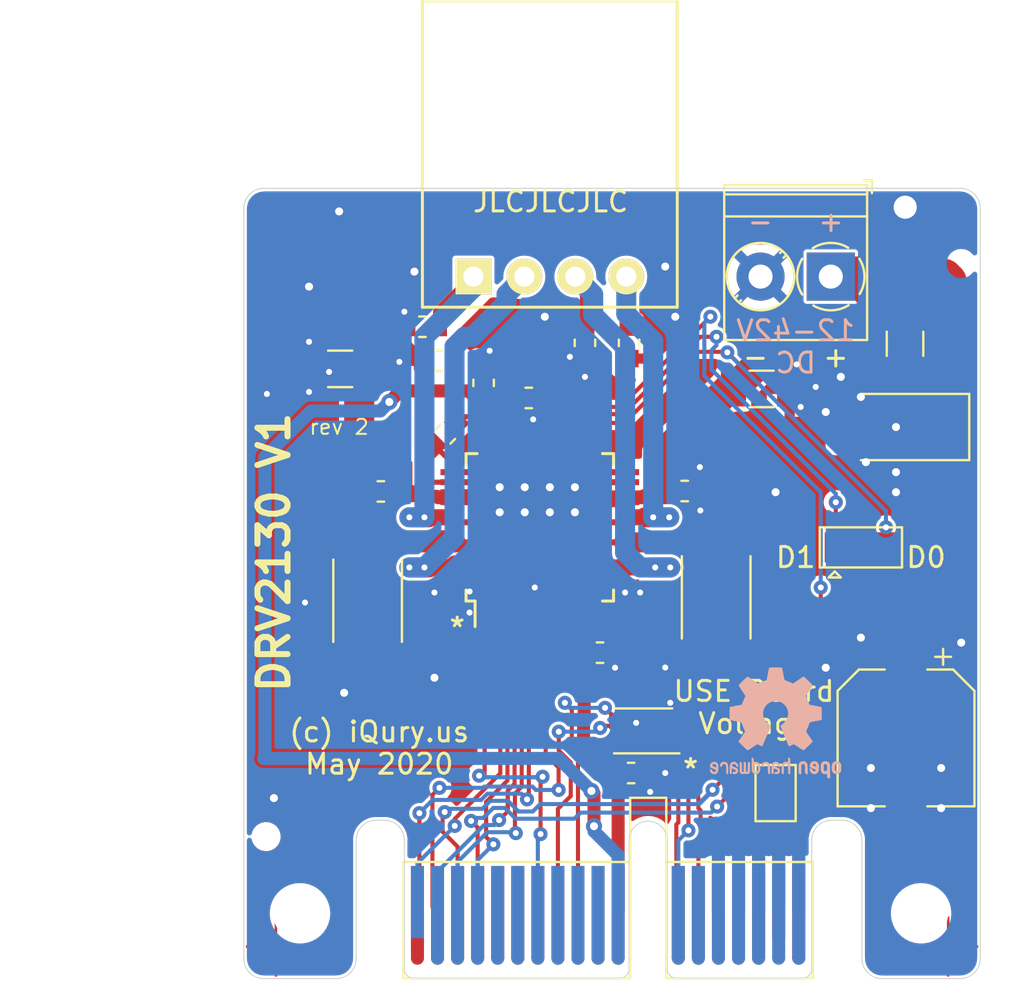
<source format=kicad_pcb>
(kicad_pcb (version 20210108) (generator pcbnew)
  (layers (0 "F.Cu" signal) (31 "B.Cu" signal) (34 "B.Paste" user) (35 "F.Paste" user) (36 "B.SilkS" user "B.Silkscreen") (37 "F.SilkS" user "F.Silkscreen") (38 "B.Mask" user) (39 "F.Mask" user) (44 "Edge.Cuts" user))
  (net 0 "")
  (net 1 "/V_MOTORS")
  (net 2 "GND")
  (net 3 "/MOTA1")
  (net 4 "/MOTA2")
  (net 5 "/MOTB1")
  (net 6 "/MOTB2")
  (net 7 "/~ENABLE")
  (net 8 "/DIR")
  (net 9 "/STEP")
  (net 10 "/ALARM1")
  (net 11 "Net-(C3-Pad1)")
  (net 12 "Net-(C3-Pad2)")
  (net 13 "/ID_1")
  (net 14 "/ID_0")
  (net 15 "/ID_2")
  (net 16 "/SDA")
  (net 17 "/SCL")
  (net 18 "/V_IO")
  (net 19 "Net-(C7-Pad2)")
  (net 20 "Net-(C10-Pad1)")
  (net 21 "Net-(C15-Pad1)")
  (net 22 "/SCK")
  (net 23 "/MISO")
  (net 24 "/MOSI")
  (net 25 "/~CS")
  (net 26 "Net-(JP1-Pad3)")
  (net 27 "Net-(JP1-Pad1)")
  (net 28 "Net-(C9-Pad2)")
  (net 29 "/V_HIGH")
  (net 30 "Net-(F1-Pad1)")
  (net 31 "/5V")
  (net 32 "/CLOCK")
  (footprint "PrntrBoardV2:C_0603_1608Metric" (layer "F.Cu") (at 126.75 97.75)
    (fp_text reference "C6" hide)
    (fp_text value "0.1uF")
  )
  (footprint "PrntrBoardV2:C_0603_1608Metric" (layer "F.Cu") (at 119.05 86.85 -135)
    (fp_text reference "C3" hide)
    (fp_text value "0.022uF 50V")
  )
  (footprint "PrntrBoardV2:C_1206_3216Metric" (layer "F.Cu") (at 113.8 83.6 180)
    (fp_text reference "C4" hide)
    (fp_text value "10uF 50V")
  )
  (footprint "PrntrBoardV2:Fiducial_1mm_Dia_2.54mm_Outer_CopperTop" (layer "F.Cu") (at 110.744 76.454)
    (fp_text reference "FID1" hide)
    (fp_text value "Fiducial")
  )
  (footprint "PrntrBoardV2:Fiducial_1mm_Dia_2.54mm_Outer_CopperTop" (layer "F.Cu") (at 144.1 112.4)
    (fp_text reference "FID2" hide)
    (fp_text value "Fiducial")
  )
  (footprint "PrntrBoardV2:Fiducial_1mm_Dia_2.54mm_Outer_CopperTop" (layer "F.Cu") (at 143.764 76.454)
    (fp_text reference "FID3" hide)
    (fp_text value "Fiducial")
  )
  (footprint "PrntrBoardV2:Fiducial_1mm_Dia_2.54mm_Outer_CopperTop" (layer "F.Cu") (at 110.6 112.4)
    (fp_text reference "FID4" hide)
    (fp_text value "Fiducial")
  )
  (footprint "MountingHole:MountingHole_2.7mm_M2.5" (layer "F.Cu") (at 111.8 110.744)
    (fp_text reference "H1" hide)
    (fp_text value "MountingHole")
  )
  (footprint "MountingHole:MountingHole_2.7mm_M2.5" (layer "F.Cu") (at 142.75 110.744)
    (fp_text reference "H2" hide)
    (fp_text value "MountingHole")
  )
  (footprint "Connector_PCBEdge:BUS_PCIexpress" (layer "F.Cu") (at 117.6528 110.1852)
    (fp_text reference "J1" hide)
    (fp_text value "PCIe_Stepper")
  )
  (footprint "PrntrBoardV2:Molex-SL-4POS" (layer "F.Cu") (at 124.25 79 180)
    (fp_text reference "J2" hide)
    (fp_text value "Conn_01x04_Male" hide)
  )
  (footprint "PrntrBoardV2:C_0603_1608Metric" (layer "F.Cu") (at 117.9 81.5)
    (fp_text reference "C13" hide)
    (fp_text value "1000pF")
  )
  (footprint "Resistor_SMD:R_2512_6332Metric" (layer "F.Cu") (at 132.54 94.99 -90)
    (fp_text reference "R1" hide)
    (fp_text value "0R12")
  )
  (footprint "Resistor_SMD:R_2512_6332Metric" (layer "F.Cu") (at 115.17 95.16 -90)
    (fp_text reference "R2" hide)
    (fp_text value "0R12")
  )
  (footprint "PrntrBoardV2:C_0603_1608Metric" (layer "F.Cu") (at 128.2 82.3 90)
    (fp_text reference "C14" hide)
    (fp_text value "1000pF")
  )
  (footprint "PrntrBoardV2:TDFN-8-1EP_3x2mm_P0.5mm_EP1.56x1.45mm" (layer "F.Cu") (at 128.9 101.65 180)
    (fp_text reference "U2" hide)
    (fp_text value "24LC02")
  )
  (footprint "PrntrBoardV2:C_0603_1608Metric" (layer "F.Cu") (at 128.3 103.75)
    (fp_text reference "C16" hide)
    (fp_text value "0.1uF")
  )
  (footprint "Capacitor_SMD:CP_Elec_6.3x7.7" (layer "F.Cu") (at 142 102 -90)
    (fp_text reference "C5" hide)
    (fp_text value "100uV 35V")
  )
  (footprint "PrntrBoardV2:C_1206_3216Metric" (layer "F.Cu") (at 134.8 84.6)
    (fp_text reference "C2" hide)
    (fp_text value "10uF 50V")
  )
  (footprint "PrntrBoardV2:C_0603_1608Metric" (layer "F.Cu") (at 123.2 85.05 180)
    (fp_text reference "C7" hide)
    (fp_text value "4.7uF")
  )
  (footprint "Capacitor_SMD:C_0603_1608Metric" (layer "F.Cu") (at 120.95 84.3 90)
    (fp_text reference "C8" hide)
    (fp_text value "0.47uF")
  )
  (footprint "PrntrBoardV2:C_0402_1005Metric" (layer "F.Cu") (at 118 89.4 90)
    (fp_text reference "C9" hide)
    (fp_text value "0.1uF 50V")
  )
  (footprint "PrntrBoardV2:C_0402_1005Metric" (layer "F.Cu") (at 135.01 91.8 90)
    (fp_text reference "C10" hide)
    (fp_text value "0.1uF 50V")
  )
  (footprint "PrntrBoardV2:C_0603_1608Metric" (layer "F.Cu") (at 118.7 83.2)
    (fp_text reference "C11" hide)
    (fp_text value "1000pF")
  )
  (footprint "PrntrBoardV2:C_0402_1005Metric" (layer "F.Cu") (at 112.72 91.685 90)
    (fp_text reference "C15" hide)
    (fp_text value "0.1uF 50V")
  )
  (footprint "TerminalBlock_Phoenix:TerminalBlock_Phoenix_PT-1,5-2-3.5-H_1x02_P3.50mm_Horizontal" (layer "F.Cu") (at 138.25 79 180)
    (fp_text reference "J3" hide)
    (fp_text value "Screw_Terminal_01x02")
  )
  (footprint "Jumper:SolderJumper-3_P1.3mm_Bridged12_Pad1.0x1.5mm" (layer "F.Cu") (at 139.75 92.5)
    (fp_text reference "JP1" hide)
    (fp_text value "DIAG_Sel")
  )
  (footprint "Jumper:SolderJumper-2_P1.3mm_Open_TrianglePad1.0x1.5mm" (layer "F.Cu") (at 135.5 104.75 -90)
    (fp_text reference "JP2" hide)
    (fp_text value "Use VM")
  )
  (footprint "PrntrBoardV2:tmc5130-nc" (layer "F.Cu") (at 123.75 91.5 90)
    (fp_text reference "U1" hide)
    (fp_text value "TMC2130")
  )
  (footprint "PrntrBoardV2:C_0603_1608Metric" (layer "F.Cu") (at 126 82.3 90)
    (fp_text reference "C12" hide)
    (fp_text value "1000pF")
  )
  (footprint "Diode_SMD:D_SMA" (layer "F.Cu") (at 141.75 86.5 180)
    (fp_text reference "D1" hide)
    (fp_text value "SBRT5A50SA")
  )
  (footprint "Fuse:Fuse_1206_3216Metric" (layer "F.Cu") (at 141.95 82.35 -90)
    (fp_text reference "F1" hide)
    (fp_text value "3A")
  )
  (footprint "PrntrBoardV2:C_0603_1608Metric" (layer "F.Cu") (at 115.83 89.71 180)
    (fp_text reference "C17" hide)
    (fp_text value "0.1uF")
  )
  (footprint "PrntrBoardV2:JLC_Tool_hole" (layer "F.Cu") (at 105.53 110.16)
    (fp_text reference "H3" hide)
    (fp_text value "JLC Tooling Hole")
  )
  (footprint "PrntrBoardV2:C_0603_1608Metric" (layer "F.Cu") (at 130.97 89.69)
    (fp_text reference "C1" hide)
    (fp_text value "0.1uF")
  )
  (footprint "PrntrBoardV2:JLC_Tool_hole" (layer "F.Cu") (at 103.38 110.16)
    (fp_text reference "H4" hide)
    (fp_text value "JLC Tooling Hole")
  )
  (footprint "Symbol:OSHW-Logo2_7.3x6mm_SilkScreen" (layer "B.Cu") (at 135.5 101.25 180)
    (fp_text reference "LOGO1" hide)
    (fp_text value "Logo_Open_Hardware_Large" hide)
  )
  (gr_arc (start 138.8 107.1) (end 139.8 107.1) (angle -90) (layer "Edge.Cuts") (width 0.05))
  (gr_line (start 114.6 107.1) (end 114.6 113) (layer "Edge.Cuts") (width 0.05))
  (gr_line (start 115.6 106.1) (end 116 106.1) (layer "Edge.Cuts") (width 0.05))
  (gr_line (start 130.1 107.1) (end 130.1 113.5) (layer "Edge.Cuts") (width 0.05))
  (gr_arc (start 144.7 113) (end 144.7 114) (angle -90) (layer "Edge.Cuts") (width 0.05))
  (gr_line (start 138.3 106.1) (end 138.8 106.1) (layer "Edge.Cuts") (width 0.05))
  (gr_arc (start 138.3 107.1) (end 138.3 106.1) (angle -90) (layer "Edge.Cuts") (width 0.05))
  (gr_line (start 113.6 114) (end 110 114) (layer "Edge.Cuts") (width 0.05))
  (gr_arc (start 130.6 113.5) (end 130.1 113.5) (angle -90) (layer "Edge.Cuts") (width 0.05))
  (gr_line (start 109 113) (end 109 75.6) (layer "Edge.Cuts") (width 0.05))
  (gr_line (start 130.6 114) (end 136.8 114) (layer "Edge.Cuts") (width 0.05))
  (gr_arc (start 116 107.1) (end 117 107.1) (angle -90) (layer "Edge.Cuts") (width 0.05))
  (gr_line (start 117 107.1) (end 117 113.5) (layer "Edge.Cuts") (width 0.05))
  (gr_line (start 128.2 113.5) (end 128.2 107.1) (layer "Edge.Cuts") (width 0.05))
  (gr_line (start 117.5 114) (end 127.7 114) (layer "Edge.Cuts") (width 0.05))
  (gr_arc (start 129.15 107.1) (end 130.099999 107.1) (angle -180) (layer "Edge.Cuts") (width 0.05))
  (gr_arc (start 110 75.6) (end 110 74.6) (angle -90) (layer "Edge.Cuts") (width 0.05))
  (gr_line (start 144.7 74.6) (end 110 74.6) (layer "Edge.Cuts") (width 0.05))
  (gr_arc (start 136.8 113.5) (end 136.8 114) (angle -90) (layer "Edge.Cuts") (width 0.05))
  (gr_arc (start 115.6 107.1) (end 114.6 107.1) (angle 90) (layer "Edge.Cuts") (width 0.05))
  (gr_arc (start 144.7 75.6) (end 145.7 75.6) (angle -90) (layer "Edge.Cuts") (width 0.05))
  (gr_arc (start 127.7 113.5) (end 127.7 113.999999) (angle -90) (layer "Edge.Cuts") (width 0.05))
  (gr_line (start 139.8 113) (end 139.8 107.1) (layer "Edge.Cuts") (width 0.05))
  (gr_arc (start 140.8 113) (end 139.8 113) (angle -90) (layer "Edge.Cuts") (width 0.05))
  (gr_line (start 140.8 114) (end 144.7 114) (layer "Edge.Cuts") (width 0.05))
  (gr_arc (start 110 113) (end 109 113) (angle -90) (layer "Edge.Cuts") (width 0.05))
  (gr_arc (start 117.5 113.5) (end 117 113.5) (angle -90) (layer "Edge.Cuts") (width 0.05))
  (gr_arc (start 113.6 113) (end 113.6 114) (angle -90) (layer "Edge.Cuts") (width 0.05))
  (gr_line (start 145.7 113) (end 145.7 75.6) (layer "Edge.Cuts") (width 0.05))
  (gr_line (start 137.3 113.5) (end 137.3 107.1) (layer "Edge.Cuts") (width 0.05))
  (gr_text "+   -" (at 136.5 76.25) (layer "B.SilkS") (effects (font (size 1 1)) (justify mirror)))
  (gr_text "12-42V\nDC" (at 136.5 82.5) (layer "B.SilkS") (effects (font (size 1 1)) (justify mirror)))
  (gr_text "DRV2130 V1" (at 110.5 92.75 90) (layer "F.SilkS") (effects (font (size 1.5 1.5) (thickness 0.3))))
  (gr_text "(c) iQury.us\nMay 2020" (at 115.75 102.5) (layer "F.SilkS") (effects (font (size 1 1))))
  (gr_text "D0" (at 143 93) (layer "F.SilkS") (effects (font (size 1 1))))
  (gr_text "-" (at 134.5 83) (layer "F.SilkS") (effects (font (size 1 1))))
  (gr_text "D1" (at 136.5 93) (layer "F.SilkS") (effects (font (size 1 1))))
  (gr_text "USE Board\nVoltage" (at 134.42 100.48) (layer "F.SilkS") (effects (font (size 1 1))))
  (gr_text "rev 2" (at 113.75 86.5) (layer "F.SilkS") (effects (font (size 0.75 0.75) (thickness 0.1))))
  (gr_text "*" (at 131.2642 103.5652) (layer "F.SilkS") (effects (font (size 1 1))))
  (gr_text "JLCJLCJLC" (at 124.29 75.27) (layer "F.SilkS") (effects (font (size 1 1))))
  (gr_text "+" (at 138.5 83) (layer "F.SilkS") (effects (font (size 1 1))))
  (gr_text "*" (at 119.634 96.52) (layer "F.SilkS") (effects (font (size 1 1))))
  (segment (start 133.6528 110.6852) (end 133.6528 107.7352) (width 0.65) (layer "F.Cu") (net 1))
  (segment (start 134.6528 110.6852) (end 134.6528 106.8472) (width 0.65) (layer "F.Cu") (net 1))
  (segment (start 132.6528 106.5972) (end 133.775 105.475) (width 0.65) (layer "F.Cu") (net 1))
  (segment (start 135.6528 110.1852) (end 135.6528 105.8472) (width 0.65) (layer "F.Cu") (net 1))
  (segment (start 133.75 107.638) (end 133.75 107) (width 0.65) (layer "F.Cu") (net 1))
  (segment (start 133.6528 107.7352) (end 133.75 107.638) (width 0.65) (layer "F.Cu") (net 1))
  (segment (start 135.6528 105.8472) (end 135.6528 105.6278) (width 0.65) (layer "F.Cu") (net 1))
  (segment (start 135.25 106.25) (end 135.6528 105.8472) (width 0.65) (layer "F.Cu") (net 1))
  (segment (start 135.6528 105.6278) (end 136.6528 106.6278) (width 0.65) (layer "F.Cu") (net 1))
  (segment (start 133.75 107) (end 134.5 106.25) (width 0.65) (layer "F.Cu") (net 1))
  (segment (start 136.6528 106.6278) (end 136.6528 110.6852) (width 0.65) (layer "F.Cu") (net 1))
  (segment (start 134.5 106.25) (end 135.25 106.25) (width 0.65) (layer "F.Cu") (net 1))
  (segment (start 134.6528 106.8472) (end 135.25 106.25) (width 0.65) (layer "F.Cu") (net 1))
  (segment (start 132.6528 110.6852) (end 132.6528 106.5972) (width 0.65) (layer "F.Cu") (net 1))
  (segment (start 133.775 105.475) (end 135.02484 105.475) (width 0.65) (layer "F.Cu") (net 1))
  (segment (start 119.55 94.25) (end 120.554 94.25) (width 0.254) (layer "F.Cu") (net 2))
  (segment (start 136.5504 83.3755) (end 137.4775 83.3755) (width 0.508) (layer "F.Cu") (net 2))
  (segment (start 126.25 88.75) (end 125.5 89.5) (width 0.254) (layer "F.Cu") (net 2))
  (segment (start 121 88.304) (end 123.75 91.054) (width 0.254) (layer "F.Cu") (net 2))
  (segment (start 123.304 91.5) (end 123.75 91.5) (width 0.254) (layer "F.Cu") (net 2))
  (segment (start 117.1125 81.5) (end 117.1125 82.4) (width 0.508) (layer "F.Cu") (net 2))
  (segment (start 119.8 94.25) (end 120.25 94.7) (width 0.254) (layer "F.Cu") (net 2))
  (segment (start 121 87.3) (end 121 88.304) (width 0.254) (layer "F.Cu") (net 2))
  (segment (start 123.5 95.7) (end 123.5 91.75) (width 0.254) (layer "F.Cu") (net 2))
  (segment (start 123 87.3) (end 123 86.5373) (width 0.25) (layer "F.Cu") (net 2))
  (segment (start 136.2 84.6) (end 136.2 83.7259) (width 0.508) (layer "F.Cu") (net 2))
  (segment (start 117.1125 82.4) (end 117.9125 83.2) (width 0.508) (layer "F.Cu") (net 2))
  (segment (start 136.2 84.95) (end 136.75 85.5) (width 0.25) (layer "F.Cu") (net 2))
  (segment (start 123.5 91.75) (end 123.75 91.5) (width 0.254) (layer "F.Cu") (net 2))
  (segment (start 137.4775 83.3755) (end 138.102 84) (width 0.508) (layer "F.Cu") (net 2))
  (segment (start 124.6 91.5) (end 123.75 91.5) (width 0.254) (layer "F.Cu") (net 2))
  (segment (start 127.95 88.75) (end 126.25 88.75) (width 0.254) (layer "F.Cu") (net 2))
  (segment (start 136.2 84.6) (end 136.2 84.95) (width 0.25) (layer "F.Cu") (net 2))
  (segment (start 120.95 83) (end 121.25 82.7) (width 0.25) (layer "F.Cu") (net 2))
  (segment (start 121.5 81.9) (end 122.25 82.65) (width 0.254) (layer "F.Cu") (net 2))
  (segment (start 138.102 84) (end 138.75 84) (width 0.508) (layer "F.Cu") (net 2))
  (segment (start 123.4186 86.1187) (end 123.4186 85.6189) (width 0.25) (layer "F.Cu") (net 2))
  (segment (start 128.25 94.25) (end 128.75 94.75) (width 0.25) (layer "F.Cu") (net 2))
  (segment (start 120.554 94.25) (end 123.304 91.5) (width 0.254) (layer "F.Cu") (net 2))
  (segment (start 123.5 87.3) (end 123.5 86.2001) (width 0.25) (layer "F.Cu") (net 2))
  (segment (start 136.2 83.7259) (end 136.5504 83.3755) (width 0.508) (layer "F.Cu") (net 2))
  (segment (start 127.35 94.25) (end 124.6 91.5) (width 0.254) (layer "F.Cu") (net 2))
  (segment (start 123 86.5373) (end 123.4186 86.1187) (width 0.25) (layer "F.Cu") (net 2))
  (segment (start 123.5 91.25) (end 123.75 91.5) (width 0.254) (layer "F.Cu") (net 2))
  (segment (start 121.5 81.875) (end 121.5 81.9) (width 0.254) (layer "F.Cu") (net 2))
  (segment (start 136.5 84.3) (end 136.2 84.6) (width 0.25) (layer "F.Cu") (net 2))
  (segment (start 119.55 94.25) (end 119 94.25) (width 0.254) (layer "F.Cu") (net 2))
  (segment (start 121 95.7) (end 121 94) (width 0.254) (layer "F.Cu") (net 2))
  (segment (start 121 94) (end 121.75 93.25) (width 0.254) (layer "F.Cu") (net 2))
  (segment (start 138.75 86.5) (end 138 85.75) (width 0.25) (layer "F.Cu") (net 2))
  (segment (start 123.75 91.054) (end 123.75 91.5) (width 0.254) (layer "F.Cu") (net 2))
  (segment (start 120.95 83.5125) (end 120.95 83) (width 0.25) (layer "F.Cu") (net 2))
  (segment (start 123.4186 85.6189) (end 123.9875 85.05) (width 0.25) (layer "F.Cu") (net 2))
  (segment (start 123.5 87.3) (end 123.5 91.25) (width 0.254) (layer "F.Cu") (net 2))
  (segment (start 123.5 86.2001) (end 123.4186 86.1187) (width 0.25) (layer "F.Cu") (net 2))
  (segment (start 127.54 101.9) (end 128.65 101.9) (width 0.254) (layer "F.Cu") (net 2))
  (segment (start 128.65 101.9) (end 128.9 101.65) (width 0.254) (layer "F.Cu") (net 2))
  (segment (start 125.1 91.5) (end 123.75 91.5) (width 0.254) (layer "F.Cu") (net 2))
  (segment (start 139.75 86.5) (end 138.75 86.5) (width 0.25) (layer "F.Cu") (net 2))
  (segment (start 119 94.25) (end 118.5 94.75) (width 0.254) (layer "F.Cu") (net 2))
  (segment (start 123 90.75) (end 123.75 91.5) (width 0.254) (layer "F.Cu") (net 2))
  (segment (start 119.55 94.25) (end 119.8 94.25) (width 0.254) (layer "F.Cu") (net 2))
  (segment (start 127.95 94.25) (end 127.35 94.25) (width 0.254) (layer "F.Cu") (net 2))
  (segment (start 127.95 94.25) (end 128.25 94.25) (width 0.25) (layer "F.Cu") (net 2))
  (via (at 124.25 89.5) (size 0.8) (drill 0.4) (layers "F.Cu" "B.Cu") (net 2))
  (via (at 123 89.5) (size 0.8) (drill 0.4) (layers "F.Cu" "B.Cu") (net 2))
  (via (at 121.75 89.5) (size 0.8) (drill 0.4) (layers "F.Cu" "B.Cu") (net 2))
  (via (at 125.5 89.5) (size 0.8) (drill 0.4) (layers "F.Cu" "B.Cu") (net 2))
  (via (at 125.5 90.75) (size 0.8) (drill 0.4) (layers "F.Cu" "B.Cu") (net 2))
  (via (at 121.75 90.75) (size 0.8) (drill 0.4) (layers "F.Cu" "B.Cu") (net 2))
  (via (at 123 90.75) (size 0.8) (drill 0.4) (layers "F.Cu" "B.Cu") (net 2))
  (via (at 124.25 90.75) (size 0.8) (drill 0.4) (layers "F.Cu" "B.Cu") (net 2))
  (via (at 124 81) (size 0.8) (drill 0.4) (layers "F.Cu" "B.Cu") (net 2))
  (via (at 141.5 89.75) (size 0.8) (drill 0.4) (layers "F.Cu" "B.Cu") (net 2))
  (via (at 116.75 83.25) (size 0.7) (drill 0.3) (layers "F.Cu" "B.Cu") (net 2))
  (via (at 139.75 97) (size 0.8) (drill 0.4) (layers "F.Cu" "B.Cu") (net 2))
  (via (at 139.75 85) (size 0.8) (drill 0.4) (layers "F.Cu" "B.Cu") (net 2))
  (via (at 138 85.75) (size 0.8) (drill 0.4) (layers "F.Cu" "B.Cu") (net 2))
  (via (at 127.5 98.5) (size 0.7) (drill 0.3) (layers "F.Cu" "B.Cu") (net 2))
  (via (at 128.55 101.25) (size 0.7) (drill 0.3) (layers "F.Cu" "B.Cu") (net 2))
  (via (at 130 78.5) (size 0.8) (drill 0.4) (layers "F.Cu" "B.Cu") (net 2))
  (via (at 118.5 94.75) (size 0.7) (drill 0.3) (layers "F.Cu" "B.Cu") (net 2))
  (via (at 123.4186 86.1187) (size 0.7) (drill 0.3) (layers "F.Cu" "B.Cu") (net 2))
  (via (at 128.75 94.75) (size 0.7) (drill 0.3) (layers "F.Cu" "B.Cu") (net 2))
  (via (at 117 80.75) (size 0.7) (drill 0.3) (layers "F.Cu" "B.Cu") (net 2))
  (via (at 136.5504 83.3755) (size 0.7) (drill 0.3) (layers "F.Cu" "B.Cu") (net 2))
  (via (at 110.15 84.85) (size 0.7) (drill 0.3) (layers "F.Cu" "B.Cu") (net 2))
  (via (at 135.5 89.75) (size 0.8) (drill 0.4) (layers "F.Cu" "B.Cu") (net 2))
  (via (at 128 94.75) (size 0.7) (drill 0.3) (layers "F.Cu" "B.Cu") (net 2))
  (via (at 118.5 99) (size 0.8) (drill 0.4) (layers "F.Cu" "B.Cu") (net 2))
  (via (at 112.25 84.75) (size 0.7) (drill 0.3) (layers "F.Cu" "B.Cu") (net 2))
  (via (at 138 98.5) (size 0.8) (drill 0.4) (layers "F.Cu" "B.Cu") (net 2))
  (via (at 143.75 103.5) (size 0.8) (drill 0.4) (layers "F.Cu" "B.Cu") (net 2))
  (via (at 144.75 97.25) (size 0.8) (drill 0.4) (layers "F.Cu" "B.Cu") (net 2))
  (via (at 112.25 82.25) (size 0.7) (drill 0.3) (layers "F.Cu" "B.Cu") (net 2))
  (via (at 117.5 78.75) (size 0.8) (drill 0.4) (layers "F.Cu" "B.Cu") (net 2))
  (via (at 120.25 94.7) (size 0.7) (drill 0.3) (layers "F.Cu" "B.Cu") (net 2))
  (via (at 131.727009 88.5) (size 0.7) (drill 0.3) (layers "F.Cu" "B.Cu") (net 2))
  (via (at 136.75 85.5) (size 0.7) (drill 0.3) (layers "F.Cu" "B.Cu") (net 2))
  (via (at 140.25 105.5) (size 0.8) (drill 0.4) (layers "F.Cu" "B.Cu") (net 2))
  (via (at 121.25 82.7) (size 0.7) (drill 0.3) (layers "F.Cu" "B.Cu") (net 2))
  (via (at 130.5 81) (size 0.8) (drill 0.4) (layers "F.Cu" "B.Cu") (net 2))
  (via (at 140.25 103.5) (size 0.8) (drill 0.4) (layers "F.Cu" "B.Cu") (net 2))
  (via (at 137.5 84.5) (size 0.7) (drill 0.3) (layers "F.Cu" "B.Cu") (net 2))
  (via (at 131.75 90.66) (size 0.7) (drill 0.3) (layers "F.Cu" "B.Cu") (net 2))
  (via (at 113.25 83.75) (size 0.7) (drill 0.3) (layers "F.Cu" "B.Cu") (net 2))
  (via (at 130 103.75) (size 0.7) (drill 0.3) (layers "F.Cu" "B.Cu") (net 2))
  (via (at 112.05 95.25) (size 0.7) (drill 0.3) (layers "F.Cu" "B.Cu") (net 2))
  (via (at 113.75 75.75) (size 0.8) (drill 0.4) (layers "F.Cu" "B.Cu") (net 2))
  (via (at 123.5 94.5) (size 0.7) (drill 0.3) (layers "F.Cu" "B.Cu") (net 2))
  (via (at 110.5 105) (size 0.8) (drill 0.4) (layers "F.Cu" "B.Cu") (net 2))
  (via (at 125.25 83) (size 0.7) (drill 0.3) (layers "F.Cu" "B.Cu") (net 2))
  (via (at 141.5 86.5) (size 0.8) (drill 0.4) (layers "F.Cu" "B.Cu") (net 2))
  (via (at 143.75 105.5) (size 0.8) (drill 0.4) (layers "F.Cu" "B.Cu") (net 2))
  (via (at 130 98.49) (size 0.7) (drill 0.3) (layers "F.Cu" "B.Cu") (net 2))
  (via (at 126 84) (size 0.7) (drill 0.3) (layers "F.Cu" "B.Cu") (net 2))
  (via (at 120.25 95.75) (size 0.7) (drill 0.3) (layers "F.Cu" "B.Cu") (net 2))
  (via (at 130.25 100.25) (size 0.7) (drill 0.3) (layers "F.Cu" "B.Cu") (net 2))
  (via (at 114 99.75) (size 0.8) (drill 0.4) (layers "F.Cu" "B.Cu") (net 2))
  (via (at 129.25 104.689361) (size 0.7) (drill 0.3) (layers "F.Cu" "B.Cu") (net 2))
  (via (at 141.5 88.75) (size 0.8) (drill 0.4) (layers "F.Cu" "B.Cu") (net 2))
  (via (at 138.75 84) (size 0.8) (drill 0.4) (layers "F.Cu" "B.Cu") (net 2))
  (via (at 112.25 79.5) (size 0.8) (drill 0.4) (layers "F.Cu" "B.Cu") (net 2))
  (via (at 140 88.25) (size 0.8) (drill 0.4) (layers "F.Cu" "B.Cu") (net 2))
  (segment (start 135.6528 110.6852) (end 135.6528 107.0972) (width 0.65) (layer "B.Cu") (net 2))
  (segment (start 134.6528 110.6852) (end 134.6528 107.7352) (width 0.65) (layer "B.Cu") (net 2))
  (segment (start 136.6528 110.6852) (end 136.6528 107.7352) (width 0.65) (layer "B.Cu") (net 2))
  (segment (start 133.6528 110.6852) (end 133.6528 107.5972) (width 0.65) (layer "B.Cu") (net 2))
  (segment (start 134.6528 107.7352) (end 134.75 107.638) (width 0.65) (layer "B.Cu") (net 2))
  (segment (start 132.6528 110.6852) (end 132.6528 107.7352) (width 0.65) (layer "B.Cu") (net 2))
  (segment (start 136.6528 107.7352) (end 136.5 107.5824) (width 0.65) (layer "B.Cu") (net 2))
  (segment (start 132.6528 107.7352) (end 132.75 107.638) (width 0.65) (layer "B.Cu") (net 2))
  (segment (start 136.5 107.5824) (end 136.5 107) (width 0.65) (layer "B.Cu") (net 2))
  (segment (start 121.409099 80.295401) (end 121.684599 80.295401) (width 0.508) (layer "F.Cu") (net 3))
  (segment (start 119.3 93.5) (end 119.49759 93.30241) (width 0.8) (layer "F.Cu") (net 3))
  (segment (start 117.25 93.5) (end 118.225678 93.5) (width 1) (layer "F.Cu") (net 3))
  (segment (start 121.684599 80.295401) (end 122.091001 79.888999) (width 0.508) (layer "F.Cu") (net 3))
  (segment (start 119.4875 83.2) (end 119.4875 83.1625) (width 0.508) (layer "F.Cu") (net 3))
  (segment (start 118 93.5) (end 119.3 93.5) (width 0.8) (layer "F.Cu") (net 3))
  (segment (start 119.4875 82.217) (end 121.409099 80.295401) (width 0.508) (layer "F.Cu") (net 3))
  (segment (start 119.4875 83.2) (end 119.4875 82.217) (width 0.508) (layer "F.Cu") (net 3))
  (segment (start 122.091001 79.888999) (end 122.98 79) (width 0.508) (layer "F.Cu") (net 3))
  (via (at 118 93.5) (size 0.7) (drill 0.3) (layers "F.Cu" "B.Cu") (net 3))
  (via (at 117.25 93.5) (size 0.7) (drill 0.3) (layers "F.Cu" "B.Cu") (net 3))
  (segment (start 122.091001 79.888999) (end 122.091001 80.301321) (width 1) (layer "B.Cu") (net 3))
  (segment (start 122.091001 80.301321) (end 120.392322 82) (width 1) (layer "B.Cu") (net 3))
  (segment (start 120 82) (end 119.5 82.5) (width 1) (layer "B.Cu") (net 3))
  (segment (start 122.98 79) (end 122.091001 79.888999) (width 1) (layer "B.Cu") (net 3))
  (segment (start 119.5 92) (end 118 93.5) (width 1) (layer "B.Cu") (net 3))
  (segment (start 120.392322 82) (end 120 82) (width 1) (layer "B.Cu") (net 3))
  (segment (start 119.5 82.5) (end 119.5 89.9) (width 1) (layer "B.Cu") (net 3))
  (segment (start 119.5 89.9) (end 119.5 92) (width 1) (layer "B.Cu") (net 3))
  (segment (start 117.25 93.5) (end 118 93.5) (width 1) (layer "B.Cu") (net 3))
  (segment (start 118.6875 80.7525) (end 120.44 79) (width 0.508) (layer "F.Cu") (net 4))
  (segment (start 118.75 91) (end 118 91) (width 0.8) (layer "F.Cu") (net 4))
  (segment (start 117.25 91) (end 118.225678 91) (width 1) (layer "F.Cu") (net 4))
  (segment (start 119.49759 91.19759) (end 119.55 91.19759) (width 0.8) (layer "F.Cu") (net 4))
  (segment (start 118.75 91) (end 119.3 91) (width 0.8) (layer "F.Cu") (net 4))
  (segment (start 118.6875 81.5) (end 118.6875 80.7525) (width 0.508) (layer "F.Cu") (net 4))
  (segment (start 119.3 91) (end 119.49759 91.19759) (width 0.8) (layer "F.Cu") (net 4))
  (via (at 118 91) (size 0.7) (drill 0.3) (layers "F.Cu" "B.Cu") (net 4))
  (via (at 117.25 91) (size 0.7) (drill 0.3) (layers "F.Cu" "B.Cu") (net 4))
  (segment (start 118 82) (end 118 91) (width 1) (layer "B.Cu") (net 4))
  (segment (start 120.44 79) (end 120.44 79.56) (width 1) (layer "B.Cu") (net 4))
  (segment (start 117.25 91) (end 118 91) (width 1) (layer "B.Cu") (net 4))
  (segment (start 120.44 79.56) (end 118 82) (width 1) (layer "B.Cu") (net 4))
  (segment (start 129.274322 93.5) (end 128.2 93.5) (width 0.8) (layer "F.Cu") (net 5))
  (segment (start 126 81.5125) (end 126 79.48) (width 0.508) (layer "F.Cu") (net 5))
  (segment (start 128.00241 93.30241) (end 127.95 93.30241) (width 0.8) (layer "F.Cu") (net 5))
  (segment (start 126 79.48) (end 125.52 79) (width 0.508) (layer "F.Cu") (net 5))
  (segment (start 128.2 93.5) (end 128.00241 93.30241) (width 0.8) (layer "F.Cu") (net 5))
  (segment (start 130.25 93.5) (end 129.274322 93.5) (width 1) (layer "F.Cu") (net 5))
  (via (at 130.25 93.5) (size 0.7) (drill 0.3) (layers "F.Cu" "B.Cu") (net 5))
  (via (at 129.5 93.5) (size 0.7) (drill 0.3) (layers "F.Cu" "B.Cu") (net 5))
  (segment (start 126.408999 80.908999) (end 128 82.5) (width 1) (layer "B.Cu") (net 5))
  (segment (start 125.52 79) (end 126.408999 79.888999) (width 1) (layer "B.Cu") (net 5))
  (segment (start 128 92.75) (end 128.75 93.5) (width 1) (layer "B.Cu") (net 5))
  (segment (start 126.408999 79.888999) (end 126.408999 80.908999) (width 1) (layer "B.Cu") (net 5))
  (segment (start 128 82.5) (end 128 92.75) (width 1) (layer "B.Cu") (net 5))
  (segment (start 128.75 93.5) (end 130.25 93.5) (width 1) (layer "B.Cu") (net 5))
  (segment (start 128.2 91) (end 128.00241 91.19759) (width 0.8) (layer "F.Cu") (net 6))
  (segment (start 128.2 79.14) (end 128.06 79) (width 0.508) (layer "F.Cu") (net 6))
  (segment (start 128.2 81.5125) (end 128.2 79.14) (width 0.508) (layer "F.Cu") (net 6))
  (segment (start 129 91) (end 128.2 91) (width 0.8) (layer "F.Cu") (net 6))
  (segment (start 130.2 91) (end 129 91) (width 1) (layer "F.Cu") (net 6))
  (segment (start 128.00241 91.19759) (end 127.95 91.19759) (width 0.8) (layer "F.Cu") (net 6))
  (via (at 129.4 91) (size 0.7) (drill 0.3) (layers "F.Cu" "B.Cu") (net 6))
  (via (at 130.2 91) (size 0.7) (drill 0.3) (layers "F.Cu" "B.Cu") (net 6))
  (segment (start 128.06 79) (end 128.06 80.86) (width 1) (layer "B.Cu") (net 6))
  (segment (start 129.4 91) (end 130.2 91) (width 1) (layer "B.Cu") (net 6))
  (segment (start 128.06 80.86) (end 129.4 82.2) (width 1) (layer "B.Cu") (net 6))
  (segment (start 129.4 82.2) (end 129.4 91) (width 1) (layer "B.Cu") (net 6))
  (segment (start 133.14439 103.85561) (end 133.08829 103.85561) (width 0.2032) (layer "F.Cu") (net 7))
  (segment (start 133.14439 100.60561) (end 137.75 96) (width 0.2032) (layer "F.Cu") (net 7))
  (segment (start 124.5 86.3468) (end 125.3468 85.5) (width 0.2032) (layer "F.Cu") (net 7))
  (segment (start 125.3468 85.5) (end 127.75 85.5) (width 0.2032) (layer "F.Cu") (net 7))
  (segment (start 119.6528 107.422128) (end 118.906666 106.675994) (width 0.2032) (layer "F.Cu") (net 7))
  (segment (start 118.906666 106.675994) (end 118.906666 105.799585) (width 0.2032) (layer "F.Cu") (net 7))
  (segment (start 133.14439 100.89439) (end 133.14439 103.85561) (width 0.2032) (layer "F.Cu") (net 7))
  (segment (start 118.906666 105.799585) (end 119.010225 105.696026) (width 0.2032) (layer "F.Cu") (net 7))
  (segment (start 127.75 85.5) (end 132.25 81) (width 0.2032) (layer "F.Cu") (net 7))
  (segment (start 133.08829 103.85561) (end 132.3594 104.5845) (width 0.2032) (layer "F.Cu") (net 7))
  (segment (start 137.75 96) (end 137.75 94.5) (width 0.2032) (layer "F.Cu") (net 7))
  (segment (start 133.14439 100.89439) (end 133.14439 100.60561) (width 0.2032) (layer "F.Cu") (net 7))
  (segment (start 119.6528 110.6852) (end 119.6528 107.422128) (width 0.2032) (layer "F.Cu") (net 7))
  (segment (start 124.5 87.3) (end 124.5 86.3468) (width 0.2032) (layer "F.Cu") (net 7))
  (via (at 119.010225 105.696026) (size 0.7) (drill 0.3) (layers "F.Cu" "B.Cu") (net 7))
  (via (at 132.3594 104.5845) (size 0.7) (drill 0.3) (layers "F.Cu" "B.Cu") (net 7))
  (via (at 137.75 94.5) (size 0.7) (drill 0.3) (layers "F.Cu" "B.Cu") (net 7))
  (via (at 132.25 81) (size 0.7) (drill 0.3) (layers "F.Cu" "B.Cu") (net 7))
  (segment (start 131.645553 105.298347) (end 131.582053 105.298347) (width 0.2032) (layer "B.Cu") (net 7))
  (segment (start 119.172955 105.533296) (end 119.010225 105.696026) (width 0.2032) (layer "B.Cu") (net 7))
  (segment (start 120.888745 105.533296) (end 119.172955 105.533296) (width 0.2032) (layer "B.Cu") (net 7))
  (segment (start 122.690506 105.667425) (end 122.159781 105.1367) (width 0.2032) (layer "B.Cu") (net 7))
  (segment (start 137.75 89.75) (end 137.75 94.5) (width 0.2032) (layer "B.Cu") (net 7))
  (segment (start 131.950001 83.950001) (end 137.75 89.75) (width 0.2032) (layer "B.Cu") (net 7))
  (segment (start 121.285341 105.1367) (end 120.888745 105.533296) (width 0.2032) (layer "B.Cu") (net 7))
  (segment (start 131.582053 105.298347) (end 123.773175 105.298347) (width 0.2032) (layer "B.Cu") (net 7))
  (segment (start 123.404097 105.667425) (end 122.690506 105.667425) (width 0.2032) (layer "B.Cu") (net 7))
  (segment (start 132.25 104.75) (end 131.701653 105.298347) (width 0.2032) (layer "B.Cu") (net 7))
  (segment (start 131.701653 105.298347) (end 131.582053 105.298347) (width 0.2032) (layer "B.Cu") (net 7))
  (segment (start 122.159781 105.1367) (end 121.285341 105.1367) (width 0.2032) (layer "B.Cu") (net 7))
  (segment (start 132.3594 104.5845) (end 131.645553 105.298347) (width 0.2032) (layer "B.Cu") (net 7))
  (segment (start 123.773175 105.298347) (end 123.404097 105.667425) (width 0.2032) (layer "B.Cu") (net 7))
  (segment (start 131.950001 81.299999) (end 131.950001 83.950001) (width 0.2032) (layer "B.Cu") (net 7))
  (segment (start 132.25 81) (end 131.950001 81.299999) (width 0.2032) (layer "B.Cu") (net 7))
  (segment (start 118.40033 104.838013) (end 118.750329 104.488014) (width 0.2032) (layer "F.Cu") (net 8))
  (segment (start 118.40033 110.43273) (end 118.40033 104.838013) (width 0.2032) (layer "F.Cu") (net 8))
  (segment (start 124.042048 102.833048) (end 124.688094 103.479094) (width 0.2032) (layer "F.Cu") (net 8))
  (segment (start 124.042048 97.611152) (end 124.042048 102.833048) (width 0.2032) (layer "F.Cu") (net 8))
  (segment (start 125 95.7) (end 125 96.6532) (width 0.2032) (layer "F.Cu") (net 8))
  (segment (start 125 96.6532) (end 124.042048 97.611152) (width 0.2032) (layer "F.Cu") (net 8))
  (segment (start 118.6528 110.6852) (end 118.40033 110.43273) (width 0.2032) (layer "F.Cu") (net 8))
  (segment (start 124.688094 103.479094) (end 124.688094 104.592956) (width 0.2032) (layer "F.Cu") (net 8))
  (via (at 118.750329 104.488014) (size 0.7) (drill 0.3) (layers "F.Cu" "B.Cu") (net 8))
  (via (at 124.688094 104.592956) (size 0.7) (drill 0.3) (layers "F.Cu" "B.Cu") (net 8))
  (segment (start 123.382935 104.425478) (end 120.990745 104.425478) (width 0.2032) (layer "B.Cu") (net 8))
  (segment (start 120.990745 104.425478) (end 120.928209 104.488014) (width 0.2032) (layer "B.Cu") (net 8))
  (segment (start 124.688094 104.592956) (end 123.550413 104.592956) (width 0.2032) (layer "B.Cu") (net 8))
  (segment (start 120.928209 104.488014) (end 118.750329 104.488014) (width 0.2032) (layer "B.Cu") (net 8))
  (segment (start 123.550413 104.592956) (end 123.382935 104.425478) (width 0.2032) (layer "B.Cu") (net 8))
  (segment (start 117.75 105.75) (end 117.75 110.588) (width 0.2032) (layer "F.Cu") (net 9))
  (segment (start 124.5 96.650291) (end 123.203914 97.946377) (width 0.2032) (layer "F.Cu") (net 9))
  (segment (start 123.203914 97.946377) (end 123.203914 104.973686) (width 0.2032) (layer "F.Cu") (net 9))
  (segment (start 117.75 110.588) (end 117.6528 110.6852) (width 0.2032) (layer "F.Cu") (net 9))
  (segment (start 124.5 95.7) (end 124.5 96.650291) (width 0.2032) (layer "F.Cu") (net 9))
  (segment (start 123.203914 104.973686) (end 123.114176 105.063424) (width 0.2032) (layer "F.Cu") (net 9))
  (via (at 117.75 105.75) (size 0.7) (drill 0.3) (layers "F.Cu" "B.Cu") (net 9))
  (via (at 123.114176 105.063424) (size 0.7) (drill 0.3) (layers "F.Cu" "B.Cu") (net 9))
  (segment (start 121.138043 104.781089) (end 122.831841 104.781089) (width 0.2032) (layer "B.Cu") (net 9))
  (segment (start 120.827109 105.092024) (end 121.138043 104.781089) (width 0.2032) (layer "B.Cu") (net 9))
  (segment (start 118.407976 105.092024) (end 120.827109 105.092024) (width 0.2032) (layer "B.Cu") (net 9))
  (segment (start 122.831841 104.781089) (end 123.114176 105.063424) (width 0.2032) (layer "B.Cu") (net 9))
  (segment (start 117.75 105.75) (end 118.407976 105.092024) (width 0.2032) (layer "B.Cu") (net 9))
  (segment (start 120.6528 106.464129) (end 120.325969 106.137298) (width 0.2032) (layer "F.Cu") (net 10))
  (segment (start 133.5 104.509467) (end 133.500001 100.999999) (width 0.2032) (layer "F.Cu") (net 10))
  (segment (start 139.75 94.75) (end 139.75 92.5) (width 0.2032) (layer "F.Cu") (net 10))
  (segment (start 120.6528 110.6852) (end 120.6528 106.464129) (width 0.2032) (layer "F.Cu") (net 10))
  (segment (start 133.500001 100.999999) (end 139.75 94.75) (width 0.2032) (layer "F.Cu") (net 10))
  (segment (start 132.586489 105.422978) (end 133.5 104.509467) (width 0.2032) (layer "F.Cu") (net 10))
  (via (at 132.586489 105.422978) (size 0.7) (drill 0.3) (layers "F.Cu" "B.Cu") (net 10))
  (via (at 120.325969 106.137298) (size 0.7) (drill 0.3) (layers "F.Cu" "B.Cu") (net 10))
  (segment (start 122.548017 106.027845) (end 122.012483 105.492311) (width 0.2032) (layer "B.Cu") (net 10))
  (segment (start 125.779931 105.722977) (end 125.475063 106.027845) (width 0.2032) (layer "B.Cu") (net 10))
  (segment (start 125.475063 106.027845) (end 122.548017 106.027845) (width 0.2032) (layer "B.Cu") (net 10))
  (segment (start 132.586489 105.422978) (end 132.28649 105.722977) (width 0.2032) (layer "B.Cu") (net 10))
  (segment (start 122.012483 105.492311) (end 121.432639 105.492311) (width 0.2032) (layer "B.Cu") (net 10))
  (segment (start 132.28649 105.722977) (end 125.779931 105.722977) (width 0.2032) (layer "B.Cu") (net 10))
  (segment (start 120.474166 105.989101) (end 120.325969 106.137298) (width 0.2032) (layer "B.Cu") (net 10))
  (segment (start 120.935849 105.989101) (end 120.474166 105.989101) (width 0.2032) (layer "B.Cu") (net 10))
  (segment (start 121.432639 105.492311) (end 120.935849 105.989101) (width 0.2032) (layer "B.Cu") (net 10))
  (segment (start 121.429401 87.229401) (end 121.429401 86.326479) (width 0.254) (layer "F.Cu") (net 11))
  (segment (start 121.086716 85.983794) (end 119.916206 85.983794) (width 0.254) (layer "F.Cu") (net 11))
  (segment (start 119.916206 85.983794) (end 119.606847 86.293153) (width 0.254) (layer "F.Cu") (net 11))
  (segment (start 121.429401 86.326479) (end 121.086716 85.983794) (width 0.254) (layer "F.Cu") (net 11))
  (segment (start 121.5 87.3) (end 121.429401 87.229401) (width 0.254) (layer "F.Cu") (net 11))
  (segment (start 119.55 88.463694) (end 118.493153 87.406847) (width 0.254) (layer "F.Cu") (net 12))
  (segment (start 119.55 88.75) (end 119.55 88.463694) (width 0.254) (layer "F.Cu") (net 12))
  (segment (start 130.707202 101.9) (end 131.156801 102.349599) (width 0.2032) (layer "F.Cu") (net 13))
  (segment (start 131.156801 102.349599) (end 131.156801 106.608255) (width 0.2032) (layer "F.Cu") (net 13))
  (segment (start 130.26 101.9) (end 130.707202 101.9) (width 0.2032) (layer "F.Cu") (net 13))
  (via (at 131.156801 106.608255) (size 0.7) (drill 0.3) (layers "F.Cu" "B.Cu") (net 13))
  (segment (start 130.6528 110.6852) (end 130.6528 107.112256) (width 0.2032) (layer "B.Cu") (net 13))
  (segment (start 130.6528 107.112256) (end 131.156801 106.608255) (width 0.2032) (layer "B.Cu") (net 13))
  (segment (start 130.6528 106.218334) (end 130.6528 102.7928) (width 0.2032) (layer "F.Cu") (net 14))
  (segment (start 130.5528 106.318334) (end 130.6528 106.218334) (width 0.2032) (layer "F.Cu") (net 14))
  (segment (start 130.6528 110.6852) (end 130.5528 110.5852) (width 0.2032) (layer "F.Cu") (net 14))
  (segment (start 130.5528 110.5852) (end 130.5528 106.318334) (width 0.2032) (layer "F.Cu") (net 14))
  (segment (start 130.6528 102.7928) (end 130.26 102.4) (width 0.2032) (layer "F.Cu") (net 14))
  (segment (start 130.26 101.4) (end 130.8032 101.4) (width 0.2032) (layer "F.Cu") (net 15))
  (segment (start 131.760811 106.874176) (end 131.6528 106.982187) (width 0.2032) (layer "F.Cu") (net 15))
  (segment (start 131.760811 105.615011) (end 131.760811 106.874176) (width 0.2032) (layer "F.Cu") (net 15))
  (segment (start 131.6528 108.182) (end 131.6528 110.6852) (width 0.2032) (layer "F.Cu") (net 15))
  (segment (start 130.8032 101.4) (end 131.6528 102.2496) (width 0.2032) (layer "F.Cu") (net 15))
  (segment (start 131.6528 105.046722) (end 131.6528 105.507) (width 0.2032) (layer "F.Cu") (net 15))
  (segment (start 131.645999 104.460079) (end 131.645999 105.039921) (width 0.2032) (layer "F.Cu") (net 15))
  (segment (start 131.645999 105.039921) (end 131.6528 105.046722) (width 0.2032) (layer "F.Cu") (net 15))
  (segment (start 131.6528 103.4877) (end 131.6528 104.453278) (width 0.2032) (layer "F.Cu") (net 15))
  (segment (start 131.6528 102.2496) (end 131.6528 103.4877) (width 0.2032) (layer "F.Cu") (net 15))
  (segment (start 131.6528 106.982187) (end 131.6528 108.182) (width 0.2032) (layer "F.Cu") (net 15))
  (segment (start 131.6528 105.507) (end 131.760811 105.615011) (width 0.2032) (layer "F.Cu") (net 15))
  (segment (start 131.6528 104.453278) (end 131.645999 104.460079) (width 0.2032) (layer "F.Cu") (net 15))
  (segment (start 125.345633 100.595633) (end 125 100.25) (width 0.2032) (layer "F.Cu") (net 16))
  (segment (start 127.54 100.9) (end 127.4 100.9) (width 0.2032) (layer "F.Cu") (net 16))
  (segment (start 125.6528 103.07966) (end 125.345633 102.772493) (width 0.2032) (layer "F.Cu") (net 16))
  (segment (start 127.4 100.9) (end 127 100.5) (width 0.2032) (layer "F.Cu") (net 16))
  (segment (start 125.6528 110.6852) (end 125.6528 103.07966) (width 0.2032) (layer "F.Cu") (net 16))
  (segment (start 125.345633 102.772493) (end 125.345633 100.595633) (width 0.2032) (layer "F.Cu") (net 16))
  (via (at 127 100.5) (size 0.7) (drill 0.3) (layers "F.Cu" "B.Cu") (net 16))
  (via (at 125 100.25) (size 0.7) (drill 0.3) (layers "F.Cu" "B.Cu") (net 16))
  (segment (start 125.25 100.5) (end 125 100.25) (width 0.2032) (layer "B.Cu") (net 16))
  (segment (start 127 100.5) (end 125.25 100.5) (width 0.2032) (layer "B.Cu") (net 16))
  (segment (start 125.292104 103.358696) (end 125.292104 103.221873) (width 0.2032) (layer "F.Cu") (net 17))
  (segment (start 125.292104 103.358696) (end 125.292104 104.897112) (width 0.2032) (layer "F.Cu") (net 17))
  (segment (start 125.292104 103.221873) (end 124.69599 102.625759) (width 0.2032) (layer "F.Cu") (net 17))
  (segment (start 124.6528 110.6852) (end 124.6528 105.536416) (width 0.2032) (layer "F.Cu") (net 17))
  (segment (start 126.861651 101.4) (end 126.758998 101.502653) (width 0.2032) (layer "F.Cu") (net 17))
  (segment (start 127.54 101.4) (end 126.861651 101.4) (width 0.2032) (layer "F.Cu") (net 17))
  (segment (start 124.69599 102.625759) (end 124.69599 101.688498) (width 0.2032) (layer "F.Cu") (net 17))
  (segment (start 125.292104 104.897112) (end 125.038708 105.150508) (width 0.2032) (layer "F.Cu") (net 17))
  (segment (start 124.6528 105.536416) (end 125.038708 105.150508) (width 0.2032) (layer "F.Cu") (net 17))
  (via (at 126.758998 101.502653) (size 0.7) (drill 0.3) (layers "F.Cu" "B.Cu") (net 17))
  (via (at 124.69599 101.688498) (size 0.7) (drill 0.3) (layers "F.Cu" "B.Cu") (net 17))
  (segment (start 126.573153 101.688498) (end 126.758998 101.502653) (width 0.2032) (layer "B.Cu") (net 17))
  (segment (start 124.69599 101.688498) (end 126.573153 101.688498) (width 0.2032) (layer "B.Cu") (net 17))
  (segment (start 125.931597 102.155191) (end 125.924644 102.162144) (width 0.65) (layer "F.Cu") (net 18))
  (segment (start 125.5 97.2875) (end 125.9625 97.75) (width 0.254) (layer "F.Cu") (net 18))
  (segment (start 127.54 102.735) (end 127.5125 102.7625) (width 0.254) (layer "F.Cu") (net 18))
  (segment (start 125.9625 98.6878) (end 125.9625 101.074597) (width 0.65) (layer "F.Cu") (net 18))
  (segment (start 125.9625 101.074597) (end 125.931597 101.1055) (width 0.65) (layer "F.Cu") (net 18))
  (segment (start 127.5125 103.75) (end 127.5125 102.7625) (width 0.65) (layer "F.Cu") (net 18))
  (segment (start 127.54 102.4) (end 127.54 102.735) (width 0.254) (layer "F.Cu") (net 18))
  (segment (start 125.924644 102.162144) (end 127.5125 103.75) (width 0.65) (layer "F.Cu") (net 18))
  (segment (start 127.6528 110.6852) (end 127.6528 103.8903) (width 0.65) (layer "F.Cu") (net 18))
  (segment (start 125.9625 97.75) (end 125.9625 98.6878) (width 0.65) (layer "F.Cu") (net 18))
  (segment (start 127.6528 103.8903) (end 127.5125 103.75) (width 0.65) (layer "F.Cu") (net 18))
  (segment (start 125.931597 101.1055) (end 125.931597 102.155191) (width 0.65) (layer "F.Cu") (net 18))
  (segment (start 125.5 95.7) (end 125.5 97.2875) (width 0.254) (layer "F.Cu") (net 18))
  (segment (start 122.53341 86.516945) (end 122.53341 85.17091) (width 0.254) (layer "F.Cu") (net 19))
  (segment (start 122.5 87.3) (end 122.5 86.550355) (width 0.254) (layer "F.Cu") (net 19))
  (segment (start 122.53341 85.17091) (end 122.4125 85.05) (width 0.254) (layer "F.Cu") (net 19))
  (segment (start 122.5 86.550355) (end 122.53341 86.516945) (width 0.254) (layer "F.Cu") (net 19))
  (segment (start 127.95 92.25) (end 130.97 92.25) (width 1) (layer "F.Cu") (net 20))
  (segment (start 133.79 92.09) (end 133.985 92.285) (width 0.8) (layer "F.Cu") (net 20))
  (segment (start 133.985 92.285) (end 135.01 92.285) (width 0.8) (layer "F.Cu") (net 20))
  (segment (start 131.13 92.09) (end 130.97 92.25) (width 1.5) (layer "F.Cu") (net 20))
  (segment (start 132.515 92.385) (end 132.5 92.4) (width 0.508) (layer "F.Cu") (net 20))
  (segment (start 132.54 92.09) (end 131.13 92.09) (width 1.5) (layer "F.Cu") (net 20))
  (segment (start 130.97 92.25) (end 132.35 92.25) (width 1) (layer "F.Cu") (net 20))
  (segment (start 119.061667 92.249999) (end 119.55 92.249999) (width 1) (layer "F.Cu") (net 21))
  (segment (start 115.5 92.15) (end 115.6 92.25) (width 1) (layer "F.Cu") (net 21))
  (segment (start 116.08 92.26) (end 116.09 92.25) (width 1.5) (layer "F.Cu") (net 21))
  (segment (start 115.25 92.15) (end 115.5 92.15) (width 1) (layer "F.Cu") (net 21))
  (segment (start 116.09 92.25) (end 115.6 92.25) (width 1) (layer "F.Cu") (net 21))
  (segment (start 115.17 92.26) (end 116.08 92.26) (width 1.5) (layer "F.Cu") (net 21))
  (segment (start 118.705431 92.15) (end 118.961668 92.15) (width 1) (layer "F.Cu") (net 21))
  (segment (start 119.55 92.25) (end 116.09 92.25) (width 1) (layer "F.Cu") (net 21))
  (segment (start 112.72 92.17) (end 113.73 92.17) (width 0.8) (layer "F.Cu") (net 21))
  (segment (start 113.82 92.26) (end 115.17 92.26) (width 1.5) (layer "F.Cu") (net 21))
  (segment (start 116.770247 92.15) (end 116.772657 92.15241) (width 1) (layer "F.Cu") (net 21))
  (segment (start 116.772657 92.15241) (end 118.703021 92.15241) (width 1) (layer "F.Cu") (net 21))
  (segment (start 114.53 92.17) (end 114.55 92.15) (width 0.508) (layer "F.Cu") (net 21))
  (segment (start 114.55 92.15) (end 116.770247 92.15) (width 1) (layer "F.Cu") (net 21))
  (segment (start 118.961668 92.15) (end 119.061667 92.249999) (width 1) (layer "F.Cu") (net 21))
  (segment (start 118.703021 92.15241) (end 118.705431 92.15) (width 1) (layer "F.Cu") (net 21))
  (segment (start 113.73 92.17) (end 113.82 92.26) (width 0.8) (layer "F.Cu") (net 21))
  (segment (start 121.075324 106.944273) (end 121.435375 107.304325) (width 0.2032) (layer "F.Cu") (net 22))
  (segment (start 121.075324 105.187876) (end 121.075324 106.944273) (width 0.2032) (layer "F.Cu") (net 22))
  (segment (start 122.5 97.141564) (end 122.137081 97.504483) (width 0.2032) (layer "F.Cu") (net 22))
  (segment (start 122.5 95.7) (end 122.5 97.141564) (width 0.2032) (layer "F.Cu") (net 22))
  (segment (start 122.137081 104.126119) (end 121.075324 105.187876) (width 0.2032) (layer "F.Cu") (net 22))
  (segment (start 122.137081 97.504483) (end 122.137081 104.126119) (width 0.2032) (layer "F.Cu") (net 22))
  (via (at 121.435375 107.304325) (size 0.7) (drill 0.3) (layers "F.Cu" "B.Cu") (net 22))
  (segment (start 120.6528 108.0869) (end 121.435375 107.304325) (width 0.2032) (layer "B.Cu") (net 22))
  (segment (start 120.6528 110.6852) (end 120.6528 108.182) (width 0.2032) (layer "B.Cu") (net 22))
  (segment (start 120.6528 108.182) (end 120.6528 108.0869) (width 0.2032) (layer "B.Cu") (net 22))
  (segment (start 124 95.7) (end 124 96.647383) (width 0.2032) (layer "F.Cu") (net 23))
  (segment (start 124 96.647383) (end 122.848303 97.799079) (width 0.2032) (layer "F.Cu") (net 23))
  (segment (start 122.510175 106.70289) (end 122.553348 106.746063) (width 0.2032) (layer "F.Cu") (net 23))
  (segment (start 122.848303 97.799079) (end 122.848303 104.435375) (width 0.2032) (layer "F.Cu") (net 23))
  (segment (start 122.848303 104.435375) (end 122.510175 104.773503) (width 0.2032) (layer "F.Cu") (net 23))
  (segment (start 122.510175 104.773503) (end 122.510175 106.70289) (width 0.2032) (layer "F.Cu") (net 23))
  (via (at 122.553348 106.746063) (size 0.7) (drill 0.3) (layers "F.Cu" "B.Cu") (net 23))
  (segment (start 119.6528 110.6852) (end 119.6528 108.182) (width 0.2032) (layer "B.Cu") (net 23))
  (segment (start 119.6528 108.182) (end 121.134477 106.700323) (width 0.2032) (layer "B.Cu") (net 23))
  (segment (start 122.507608 106.700323) (end 122.553348 106.746063) (width 0.2032) (layer "B.Cu") (net 23))
  (segment (start 121.134477 106.700323) (end 122.507608 106.700323) (width 0.2032) (layer "B.Cu") (net 23))
  (segment (start 122.49269 104.288079) (end 122.154564 104.626205) (width 0.2032) (layer "F.Cu") (net 24))
  (segment (start 122.154564 104.794436) (end 122.154564 105.683206) (width 0.2032) (layer "F.Cu") (net 24))
  (segment (start 123 95.7) (end 123 97.144473) (width 0.2032) (layer "F.Cu") (net 24))
  (segment (start 123 97.144473) (end 122.49269 97.651783) (width 0.2032) (layer "F.Cu") (net 24))
  (segment (start 122.154564 104.626205) (end 122.154564 104.794436) (width 0.2032) (layer "F.Cu") (net 24))
  (segment (start 122.154564 104.794436) (end 122.154564 105.66431) (width 0.2032) (layer "F.Cu") (net 24))
  (segment (start 122.49269 97.651783) (end 122.49269 104.288079) (width 0.2032) (layer "F.Cu") (net 24))
  (segment (start 122.154564 105.66431) (end 121.722561 106.096313) (width 0.2032) (layer "F.Cu") (net 24))
  (via (at 121.722561 106.096313) (size 0.7) (drill 0.3) (layers "F.Cu" "B.Cu") (net 24))
  (segment (start 118.6528 110.6852) (end 118.6528 108.664667) (width 0.2032) (layer "B.Cu") (net 24))
  (segment (start 121.474162 106.344712) (end 121.722561 106.096313) (width 0.2032) (layer "B.Cu") (net 24))
  (segment (start 120.972755 106.344712) (end 121.474162 106.344712) (width 0.2032) (layer "B.Cu") (net 24))
  (segment (start 118.6528 108.664667) (end 120.972755 106.344712) (width 0.2032) (layer "B.Cu") (net 24))
  (segment (start 122 95.7) (end 122 96.6532) (width 0.2032) (layer "F.Cu") (net 25))
  (segment (start 119.510667 106.03769) (end 119.510667 106.386073) (width 0.2032) (layer "F.Cu") (net 25))
  (segment (start 122 96.6532) (end 121.78147 96.87173) (width 0.2032) (layer "F.Cu") (net 25))
  (segment (start 121.78147 96.87173) (end 121.78147 103.766887) (width 0.2032) (layer "F.Cu") (net 25))
  (segment (start 121.78147 103.766887) (end 119.510667 106.03769) (width 0.2032) (layer "F.Cu") (net 25))
  (via (at 119.510667 106.386073) (size 0.7) (drill 0.3) (layers "F.Cu" "B.Cu") (net 25))
  (segment (start 117.6528 110.1852) (end 117.6528 108.24394) (width 0.2032) (layer "B.Cu") (net 25))
  (segment (start 117.6528 108.24394) (end 119.510667 106.386073) (width 0.2032) (layer "B.Cu") (net 25))
  (segment (start 141 91.5) (end 141 92.45) (width 0.2032) (layer "F.Cu") (net 26))
  (segment (start 141 92.45) (end 141.05 92.5) (width 0.2032) (layer "F.Cu") (net 26))
  (segment (start 131.505817 82.75) (end 133.0674 82.75) (width 0.2032) (layer "F.Cu") (net 26))
  (segment (start 127.959818 86.295999) (end 131.505817 82.75) (width 0.2032) (layer "F.Cu") (net 26))
  (segment (start 126 87.3) (end 126 86.502908) (width 0.2032) (layer "F.Cu") (net 26))
  (segment (start 133.0674 82.75) (end 133.096 82.7786) (width 0.2032) (layer "F.Cu") (net 26))
  (segment (start 126 86.502908) (end 126.206909 86.295999) (width 0.2032) (layer "F.Cu") (net 26))
  (segment (start 126.206909 86.295999) (end 127.959818 86.295999) (width 0.2032) (layer "F.Cu") (net 26))
  (via (at 133.096 82.7786) (size 0.7) (drill 0.3) (layers "F.Cu" "B.Cu") (net 26))
  (via (at 141 91.5) (size 0.7) (drill 0.3) (layers "F.Cu" "B.Cu") (net 26))
  (segment (start 141 91.5) (end 141 90.691979) (width 0.2032) (layer "B.Cu") (net 26))
  (segment (start 133.096 82.7786) (end 133.599311 83.281911) (width 0.2032) (layer "B.Cu") (net 26))
  (segment (start 141 90.691979) (end 133.599311 83.291289) (width 0.2032) (layer "B.Cu") (net 26))
  (segment (start 133.599311 83.291289) (end 133.35802 83.049999) (width 0.2032) (layer "B.Cu") (net 26))
  (segment (start 133.599311 83.281911) (end 133.599311 83.291289) (width 0.2032) (layer "B.Cu") (net 26))
  (segment (start 132.129746 82) (end 132.55401 82) (width 0.2032) (layer "F.Cu") (net 27))
  (segment (start 125.5 86.3468) (end 125.991189 85.855611) (width 0.2032) (layer "F.Cu") (net 27))
  (segment (start 125.5 87.3) (end 125.5 86.3468) (width 0.2032) (layer "F.Cu") (net 27))
  (segment (start 138.5 90.25) (end 138.5 92.45) (width 0.2032) (layer "F.Cu") (net 27))
  (segment (start 127.897298 85.855611) (end 131.752908 82) (width 0.2032) (layer "F.Cu") (net 27))
  (segment (start 131.752908 82) (end 132.129746 82) (width 0.2032) (layer "F.Cu") (net 27))
  (segment (start 125.991189 85.855611) (end 127.897298 85.855611) (width 0.2032) (layer "F.Cu") (net 27))
  (segment (start 138.5 92.45) (end 138.45 92.5) (width 0.2032) (layer "F.Cu") (net 27))
  (via (at 132.55401 82) (size 0.7) (drill 0.3) (layers "F.Cu" "B.Cu") (net 27))
  (via (at 138.5 90.25) (size 0.7) (drill 0.3) (layers "F.Cu" "B.Cu") (net 27))
  (segment (start 138.5 89.825736) (end 132.305612 83.631348) (width 0.2032) (layer "B.Cu") (net 27))
  (segment (start 132.55401 82.424264) (end 132.55401 82) (width 0.2032) (layer "B.Cu") (net 27))
  (segment (start 138.5 90.25) (end 138.5 89.825736) (width 0.2032) (layer "B.Cu") (net 27))
  (segment (start 132.305612 83.631348) (end 132.305612 82.672662) (width 0.2032) (layer "B.Cu") (net 27))
  (segment (start 132.305612 82.672662) (end 132.55401 82.424264) (width 0.2032) (layer "B.Cu") (net 27))
  (segment (start 119.55 89.25) (end 118.335 89.25) (width 0.254) (layer "F.Cu") (net 28))
  (segment (start 118.335 89.25) (end 118 88.915) (width 0.254) (layer "F.Cu") (net 28))
  (segment (start 142.548099 78.75) (end 142.9045 79.106401) (width 2) (layer "F.Cu") (net 29))
  (segment (start 142 99.3) (end 142.87071 98.42929) (width 2) (layer "F.Cu") (net 29))
  (segment (start 143.45 95.55) (end 143.45 88.4) (width 2) (layer "F.Cu") (net 29))
  (segment (start 114.75 84.75) (end 114.75 87) (width 1.5) (layer "F.Cu") (net 29))
  (segment (start 133.4 84.6) (end 135.876902 82.123098) (width 1.5) (layer "F.Cu") (net 29))
  (segment (start 141.025 83.65) (end 142 83.65) (width 1.5) (layer "F.Cu") (net 29))
  (segment (start 144.02741 84.72259) (end 143.75 85) (width 2) (layer "F.Cu") (net 29))
  (segment (start 143.094897 84.344897) (end 143.75 85) (width 2) (layer "F.Cu") (net 29))
  (segment (start 135.6 103.5) (end 135.6 103.925) (width 1.5) (layer "F.Cu") (net 29))
  (segment (start 142.87071 96.12929) (end 143.45 95.55) (width 2) (layer "F.Cu") (net 29))
  (segment (start 141.1 99.3) (end 136.9 103.5) (width 2) (layer "F.Cu") (net 29))
  (segment (start 136.9 103.5) (end 135.6 103.5) (width 2) (layer "F.Cu") (net 29))
  (segment (start 140.124322 76.4) (end 142.474322 78.75) (width 2) (layer "F.Cu") (net 29))
  (segment (start 128.677158 90.22059) (end 130.62059 90.22059) (width 0.254) (layer "F.Cu") (net 29))
  (segment (start 133.4 84.6) (end 133.15 84.6) (width 1.5) (layer "F.Cu") (net 29))
  (segment (start 144.02741 79.27741) (end 144.02741 84.72259) (width 2) (layer "F.Cu") (net 29))
  (segment (start 143.45 87.5) (end 143.45 88.4) (width 2) (layer "F.Cu") (net 29))
  (segment (start 116.6175 88.8675) (end 116.6175 89.71) (width 1.5) (layer "F.Cu") (net 29))
  (segment (start 143.856401 79.106401) (end 144.02741 79.27741) (width 2) (layer "F.Cu") (net 29))
  (segment (start 139.498098 82.123098) (end 141.025 83.65) (width 1.5) (layer "F.Cu") (net 29))
  (segment (start 142 83.65) (end 142.694897 84.344897) (width 2) (layer "F.Cu") (net 29))
  (segment (start 115.2 77.6) (end 116.4 76.4) (width 2) (layer "F.Cu") (net 29))
  (segment (start 115.2 84.3) (end 114.75 84.75) (width 1.5) (layer "F.Cu") (net 29))
  (segment (start 115.2 83.6) (end 114.947598 83.852402) (width 1.5) (layer "F.Cu") (net 29))
  (segment (start 142.9045 79.106401) (end 143.856401 79.106401) (width 2) (layer "F.Cu") (net 29))
  (segment (start 142.694897 84.344897) (end 143.094897 84.344897) (width 2) (layer "F.Cu") (net 29))
  (segment (start 142.87071 98.42929) (end 142.87071 96.12929) (width 2) (layer "F.Cu") (net 29))
  (segment (start 115.2 83.6) (end 115.2 84.3) (width 1.5) (layer "F.Cu") (net 29))
  (segment (start 142 99.3) (end 141.1 99.3) (width 2) (layer "F.Cu") (net 29))
  (segment (start 142.474322 78.75) (end 142.548099 78.75) (width 2) (layer "F.Cu") (net 29))
  (segment (start 127.95 90.25) (end 128.647748 90.25) (width 0.254) (layer "F.Cu") (net 29))
  (segment (start 116.4 76.4) (end 140.124322 76.4) (width 2) (layer "F.Cu") (net 29))
  (segment (start 135.876902 82.123098) (end 139.498098 82.123098) (width 1.5) (layer "F.Cu") (net 29))
  (segment (start 114.75 87) (end 116.6175 88.8675) (width 1.5) (layer "F.Cu") (net 29))
  (segment (start 143.75 85) (end 143.75 86.5) (width 2) (layer "F.Cu") (net 29))
  (segment (start 115.2 83.6) (end 115.2 77.6) (width 2) (layer "F.Cu") (net 29))
  (segment (start 128.647748 90.25) (end 128.677158 90.22059) (width 0.254) (layer "F.Cu") (net 29))
  (segment (start 133.15 84.6) (end 130 87.75) (width 1.5) (layer "F.Cu") (net 29))
  (segment (start 135.6 103.925) (end 135.5 104.025) (width 1.5) (layer "F.Cu") (net 29))
  (segment (start 139.680356 79) (end 141.582765 80.902409) (width 2) (layer "F.Cu") (net 30))
  (segment (start 141.582765 80.902409) (end 141.656541 80.902409) (width 2) (layer "F.Cu") (net 30))
  (segment (start 138.25 79) (end 139.680356 79) (width 2) (layer "F.Cu") (net 30))
  (segment (start 120.2 84.7) (end 116.75 84.7) (width 0.65) (layer "F.Cu") (net 31))
  (segment (start 126.45 106.4) (end 126.45 104.771207) (width 0.65) (layer "F.Cu") (net 31))
  (segment (start 120.95 85.0875) (end 122 86.1375) (width 0.508) (layer "F.Cu") (net 31))
  (segment (start 116.75 84.75) (end 116.25 85.25) (width 0.65) (layer "F.Cu") (net 31))
  (segment (start 120.5875 85.0875) (end 120.2 84.7) (width 0.65) (layer "F.Cu") (net 31))
  (segment (start 122 86.296) (end 122 87.3) (width 0.254) (layer "F.Cu") (net 31))
  (segment (start 122 86.296) (end 122 86.1375) (width 0.508) (layer "F.Cu") (net 31))
  (segment (start 120.95 85.0875) (end 120.5875 85.0875) (width 0.65) (layer "F.Cu") (net 31))
  (segment (start 126.45 104.771207) (end 126.323139 104.644346) (width 0.65) (layer "F.Cu") (net 31))
  (segment (start 116.75 84.7) (end 116.75 84.75) (width 0.65) (layer "F.Cu") (net 31))
  (via (at 116.25 85.25) (size 0.8) (drill 0.4) (layers "F.Cu" "B.Cu") (net 31))
  (via (at 126.323139 104.644346) (size 0.8) (drill 0.4) (layers "F.Cu" "B.Cu") (net 31))
  (via (at 126.45 106.4) (size 0.8) (drill 0.4) (layers "F.Cu" "B.Cu") (net 31))
  (segment (start 110.05 88) (end 110.05 101.1891) (width 0.65) (layer "B.Cu") (net 31))
  (segment (start 110.05 102.967208) (end 110.05 101.1891) (width 0.65) (layer "B.Cu") (net 31))
  (segment (start 126.45 106.65) (end 126.45 106.4) (width 0.65) (layer "B.Cu") (net 31))
  (segment (start 127.6528 110.6852) (end 127.6528 107.8528) (width 0.65) (layer "B.Cu") (net 31))
  (segment (start 124.701246 103.022454) (end 109.994754 103.022454) (width 0.65) (layer "B.Cu") (net 31))
  (segment (start 115.8 85.7) (end 112.35 85.7) (width 0.65) (layer "B.Cu") (net 31))
  (segment (start 127.6528 107.8528) (end 126.45 106.65) (width 0.65) (layer "B.Cu") (net 31))
  (segment (start 112.35 85.7) (end 110.05 88) (width 0.65) (layer "B.Cu") (net 31))
  (segment (start 109.994754 103.022454) (end 110.05 102.967208) (width 0.65) (layer "B.Cu") (net 31))
  (segment (start 116.25 85.25) (end 115.8 85.7) (width 0.65) (layer "B.Cu") (net 31))
  (segment (start 124.701246 103.022454) (end 126.323139 104.644346) (width 0.65) (layer "B.Cu") (net 31))
  (segment (start 121.5 96.6532) (end 121.000237 97.152963) (width 0.2032) (layer "F.Cu") (net 32))
  (segment (start 123.7869 105.1814) (end 123.7869 104.6734) (width 0.2032) (layer "F.Cu") (net 32))
  (segment (start 123.7869 106.7943) (end 123.7869 105.1814) (width 0.2032) (layer "F.Cu") (net 32))
  (segment (start 121.000237 97.152963) (end 121.000237 102.608663) (width 0.2032) (layer "F.Cu") (net 32))
  (segment (start 123.7869 104.6734) (end 123.7869 104.0384) (width 0.2032) (layer "F.Cu") (net 32))
  (segment (start 123.7869 104.0384) (end 123.8885 103.9368) (width 0.2032) (layer "F.Cu") (net 32))
  (segment (start 123.7869 104.6734) (end 123.7869 104.355928) (width 0.2032) (layer "F.Cu") (net 32))
  (segment (start 121.000237 103.607956) (end 120.725246 103.882947) (width 0.2032) (layer "F.Cu") (net 32))
  (segment (start 121.000237 102.608663) (end 121.000237 103.962228) (width 0.2032) (layer "F.Cu") (net 32))
  (segment (start 121.000237 102.608663) (end 121.000237 103.607956) (width 0.2032) (layer "F.Cu") (net 32))
  (segment (start 121.5 95.7) (end 121.5 96.6532) (width 0.2032) (layer "F.Cu") (net 32))
  (via (at 123.7869 106.7943) (size 0.7) (drill 0.3) (layers "F.Cu" "B.Cu") (net 32))
  (via (at 120.725246 103.882947) (size 0.7) (drill 0.3) (layers "F.Cu" "B.Cu") (net 32))
  (via (at 123.8885 103.9368) (size 0.7) (drill 0.3) (layers "F.Cu" "B.Cu") (net 32))
  (segment (start 123.6528 110.6852) (end 123.6528 106.9284) (width 0.2032) (layer "B.Cu") (net 32))
  (segment (start 121.259628 103.962228) (end 123.393172 103.962228) (width 0.2032) (layer "B.Cu") (net 32))
  (segment (start 123.8885 103.9368) (end 123.863072 103.962228) (width 0.2032) (layer "B.Cu") (net 32))
  (segment (start 121.000237 103.962228) (end 121.259628 103.962228) (width 0.2032) (layer "B.Cu") (net 32))
  (segment (start 123.6528 106.9284) (end 123.7869 106.7943) (width 0.2032) (layer "B.Cu") (net 32))
  (segment (start 120.804527 103.962228) (end 120.725246 103.882947) (width 0.2032) (layer "B.Cu") (net 32))
  (segment (start 123.393172 103.962228) (end 123.640004 103.962228) (width 0.2032) (layer "B.Cu") (net 32))
  (segment (start 121.259628 103.962228) (end 120.804527 103.962228) (width 0.2032) (layer "B.Cu") (net 32))
  (segment (start 123.863072 103.962228) (end 123.393172 103.962228) (width 0.2032) (layer "B.Cu") (net 32))
  (zone (net 29) (net_name "/V_HIGH") (layer "F.Cu") (priority 2) (connect_pads yes (clearance 0.254)) (min_thickness 0.127) (fill yes (thermal_gap 0.508) (thermal_bridge_width 0.508))
    (polygon (pts (xy 127.1 90.5) (xy 128.8 90.5) (xy 129 90.4) (xy 130.8 90.4) (xy 130.8 87.6) (xy 129.1 87.6) (xy 129.1 89.6) (xy 127.1 89.6)))
  )
  (zone (net 1) (net_name "/V_MOTORS") (layer "F.Cu") (priority 1) (connect_pads yes (clearance 0.2032)) (min_thickness 0.1524) (fill yes (thermal_gap 0.508) (thermal_bridge_width 0.508))
    (polygon (pts (xy 137.2362 107.3912) (xy 132.1562 107.3912) (xy 132.1562 105.4862) (xy 137.2362 105.4862)))
  )
  (zone (net 29) (net_name "/V_HIGH") (layer "F.Cu") (priority 2) (connect_pads yes (clearance 0.254)) (min_thickness 0.127) (fill yes (thermal_gap 0.508) (thermal_bridge_width 0.508))
    (polygon (pts (xy 120.4 89.6) (xy 118.6 89.6) (xy 118.6 89.4) (xy 117.4 89.4) (xy 117.4 88.2) (xy 116.1 88.2) (xy 116.1 90.4) (xy 120.4 90.4)))
  )
  (zone (net 2) (net_name "GND") (layer "F.Cu") (connect_pads (clearance 0.254)) (min_thickness 0.254) (fill yes (thermal_gap 0.508) (thermal_bridge_width 0.508))
    (polygon (pts (xy 107.75 73.75) (xy 146.75 73.75) (xy 146.75 115) (xy 138.5 115) (xy 138.5 108) (xy 116.25 108) (xy 116.25 114.5) (xy 107.75 114.5)))
  )
  (zone (net 2) (net_name "GND") (layer "B.Cu") (connect_pads (clearance 0.1524)) (min_thickness 0.254) (fill yes (thermal_gap 0.508) (thermal_bridge_width 0.508))
    (polygon (pts (xy 107.8 74) (xy 146.4 74) (xy 146.4 114.8) (xy 138.4 114.8) (xy 138.4 108) (xy 116.4 108) (xy 116.4 114.6) (xy 107.8 114.6)))
  )
)
</source>
